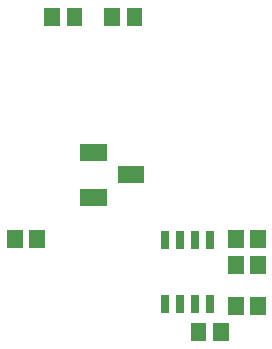
<source format=gbp>
G75*
%MOIN*%
%OFA0B0*%
%FSLAX25Y25*%
%IPPOS*%
%LPD*%
%AMOC8*
5,1,8,0,0,1.08239X$1,22.5*
%
%ADD10C,0.00205*%
%ADD11C,0.00220*%
D10*
X0031303Y0038399D02*
X0036217Y0038399D01*
X0031303Y0038399D02*
X0031303Y0044101D01*
X0036217Y0044101D01*
X0036217Y0038399D01*
X0036217Y0038594D02*
X0031303Y0038594D01*
X0031303Y0038789D02*
X0036217Y0038789D01*
X0036217Y0038984D02*
X0031303Y0038984D01*
X0031303Y0039179D02*
X0036217Y0039179D01*
X0036217Y0039374D02*
X0031303Y0039374D01*
X0031303Y0039569D02*
X0036217Y0039569D01*
X0036217Y0039764D02*
X0031303Y0039764D01*
X0031303Y0039959D02*
X0036217Y0039959D01*
X0036217Y0040154D02*
X0031303Y0040154D01*
X0031303Y0040349D02*
X0036217Y0040349D01*
X0036217Y0040544D02*
X0031303Y0040544D01*
X0031303Y0040739D02*
X0036217Y0040739D01*
X0036217Y0040934D02*
X0031303Y0040934D01*
X0031303Y0041129D02*
X0036217Y0041129D01*
X0036217Y0041324D02*
X0031303Y0041324D01*
X0031303Y0041519D02*
X0036217Y0041519D01*
X0036217Y0041714D02*
X0031303Y0041714D01*
X0031303Y0041909D02*
X0036217Y0041909D01*
X0036217Y0042104D02*
X0031303Y0042104D01*
X0031303Y0042299D02*
X0036217Y0042299D01*
X0036217Y0042494D02*
X0031303Y0042494D01*
X0031303Y0042689D02*
X0036217Y0042689D01*
X0036217Y0042884D02*
X0031303Y0042884D01*
X0031303Y0043079D02*
X0036217Y0043079D01*
X0036217Y0043274D02*
X0031303Y0043274D01*
X0031303Y0043469D02*
X0036217Y0043469D01*
X0036217Y0043664D02*
X0031303Y0043664D01*
X0031303Y0043859D02*
X0036217Y0043859D01*
X0036217Y0044054D02*
X0031303Y0044054D01*
X0038783Y0038399D02*
X0043697Y0038399D01*
X0038783Y0038399D02*
X0038783Y0044101D01*
X0043697Y0044101D01*
X0043697Y0038399D01*
X0043697Y0038594D02*
X0038783Y0038594D01*
X0038783Y0038789D02*
X0043697Y0038789D01*
X0043697Y0038984D02*
X0038783Y0038984D01*
X0038783Y0039179D02*
X0043697Y0039179D01*
X0043697Y0039374D02*
X0038783Y0039374D01*
X0038783Y0039569D02*
X0043697Y0039569D01*
X0043697Y0039764D02*
X0038783Y0039764D01*
X0038783Y0039959D02*
X0043697Y0039959D01*
X0043697Y0040154D02*
X0038783Y0040154D01*
X0038783Y0040349D02*
X0043697Y0040349D01*
X0043697Y0040544D02*
X0038783Y0040544D01*
X0038783Y0040739D02*
X0043697Y0040739D01*
X0043697Y0040934D02*
X0038783Y0040934D01*
X0038783Y0041129D02*
X0043697Y0041129D01*
X0043697Y0041324D02*
X0038783Y0041324D01*
X0038783Y0041519D02*
X0043697Y0041519D01*
X0043697Y0041714D02*
X0038783Y0041714D01*
X0038783Y0041909D02*
X0043697Y0041909D01*
X0043697Y0042104D02*
X0038783Y0042104D01*
X0038783Y0042299D02*
X0043697Y0042299D01*
X0043697Y0042494D02*
X0038783Y0042494D01*
X0038783Y0042689D02*
X0043697Y0042689D01*
X0043697Y0042884D02*
X0038783Y0042884D01*
X0038783Y0043079D02*
X0043697Y0043079D01*
X0043697Y0043274D02*
X0038783Y0043274D01*
X0038783Y0043469D02*
X0043697Y0043469D01*
X0043697Y0043664D02*
X0038783Y0043664D01*
X0038783Y0043859D02*
X0043697Y0043859D01*
X0043697Y0044054D02*
X0038783Y0044054D01*
X0084927Y0043481D02*
X0084927Y0037779D01*
X0082573Y0037779D01*
X0082573Y0043481D01*
X0084927Y0043481D01*
X0084927Y0037974D02*
X0082573Y0037974D01*
X0082573Y0038169D02*
X0084927Y0038169D01*
X0084927Y0038364D02*
X0082573Y0038364D01*
X0082573Y0038559D02*
X0084927Y0038559D01*
X0084927Y0038754D02*
X0082573Y0038754D01*
X0082573Y0038949D02*
X0084927Y0038949D01*
X0084927Y0039144D02*
X0082573Y0039144D01*
X0082573Y0039339D02*
X0084927Y0039339D01*
X0084927Y0039534D02*
X0082573Y0039534D01*
X0082573Y0039729D02*
X0084927Y0039729D01*
X0084927Y0039924D02*
X0082573Y0039924D01*
X0082573Y0040119D02*
X0084927Y0040119D01*
X0084927Y0040314D02*
X0082573Y0040314D01*
X0082573Y0040509D02*
X0084927Y0040509D01*
X0084927Y0040704D02*
X0082573Y0040704D01*
X0082573Y0040899D02*
X0084927Y0040899D01*
X0084927Y0041094D02*
X0082573Y0041094D01*
X0082573Y0041289D02*
X0084927Y0041289D01*
X0084927Y0041484D02*
X0082573Y0041484D01*
X0082573Y0041679D02*
X0084927Y0041679D01*
X0084927Y0041874D02*
X0082573Y0041874D01*
X0082573Y0042069D02*
X0084927Y0042069D01*
X0084927Y0042264D02*
X0082573Y0042264D01*
X0082573Y0042459D02*
X0084927Y0042459D01*
X0084927Y0042654D02*
X0082573Y0042654D01*
X0082573Y0042849D02*
X0084927Y0042849D01*
X0084927Y0043044D02*
X0082573Y0043044D01*
X0082573Y0043239D02*
X0084927Y0043239D01*
X0084927Y0043434D02*
X0082573Y0043434D01*
X0089927Y0043481D02*
X0089927Y0037779D01*
X0087573Y0037779D01*
X0087573Y0043481D01*
X0089927Y0043481D01*
X0089927Y0037974D02*
X0087573Y0037974D01*
X0087573Y0038169D02*
X0089927Y0038169D01*
X0089927Y0038364D02*
X0087573Y0038364D01*
X0087573Y0038559D02*
X0089927Y0038559D01*
X0089927Y0038754D02*
X0087573Y0038754D01*
X0087573Y0038949D02*
X0089927Y0038949D01*
X0089927Y0039144D02*
X0087573Y0039144D01*
X0087573Y0039339D02*
X0089927Y0039339D01*
X0089927Y0039534D02*
X0087573Y0039534D01*
X0087573Y0039729D02*
X0089927Y0039729D01*
X0089927Y0039924D02*
X0087573Y0039924D01*
X0087573Y0040119D02*
X0089927Y0040119D01*
X0089927Y0040314D02*
X0087573Y0040314D01*
X0087573Y0040509D02*
X0089927Y0040509D01*
X0089927Y0040704D02*
X0087573Y0040704D01*
X0087573Y0040899D02*
X0089927Y0040899D01*
X0089927Y0041094D02*
X0087573Y0041094D01*
X0087573Y0041289D02*
X0089927Y0041289D01*
X0089927Y0041484D02*
X0087573Y0041484D01*
X0087573Y0041679D02*
X0089927Y0041679D01*
X0089927Y0041874D02*
X0087573Y0041874D01*
X0087573Y0042069D02*
X0089927Y0042069D01*
X0089927Y0042264D02*
X0087573Y0042264D01*
X0087573Y0042459D02*
X0089927Y0042459D01*
X0089927Y0042654D02*
X0087573Y0042654D01*
X0087573Y0042849D02*
X0089927Y0042849D01*
X0089927Y0043044D02*
X0087573Y0043044D01*
X0087573Y0043239D02*
X0089927Y0043239D01*
X0089927Y0043434D02*
X0087573Y0043434D01*
X0094927Y0043481D02*
X0094927Y0037779D01*
X0092573Y0037779D01*
X0092573Y0043481D01*
X0094927Y0043481D01*
X0094927Y0037974D02*
X0092573Y0037974D01*
X0092573Y0038169D02*
X0094927Y0038169D01*
X0094927Y0038364D02*
X0092573Y0038364D01*
X0092573Y0038559D02*
X0094927Y0038559D01*
X0094927Y0038754D02*
X0092573Y0038754D01*
X0092573Y0038949D02*
X0094927Y0038949D01*
X0094927Y0039144D02*
X0092573Y0039144D01*
X0092573Y0039339D02*
X0094927Y0039339D01*
X0094927Y0039534D02*
X0092573Y0039534D01*
X0092573Y0039729D02*
X0094927Y0039729D01*
X0094927Y0039924D02*
X0092573Y0039924D01*
X0092573Y0040119D02*
X0094927Y0040119D01*
X0094927Y0040314D02*
X0092573Y0040314D01*
X0092573Y0040509D02*
X0094927Y0040509D01*
X0094927Y0040704D02*
X0092573Y0040704D01*
X0092573Y0040899D02*
X0094927Y0040899D01*
X0094927Y0041094D02*
X0092573Y0041094D01*
X0092573Y0041289D02*
X0094927Y0041289D01*
X0094927Y0041484D02*
X0092573Y0041484D01*
X0092573Y0041679D02*
X0094927Y0041679D01*
X0094927Y0041874D02*
X0092573Y0041874D01*
X0092573Y0042069D02*
X0094927Y0042069D01*
X0094927Y0042264D02*
X0092573Y0042264D01*
X0092573Y0042459D02*
X0094927Y0042459D01*
X0094927Y0042654D02*
X0092573Y0042654D01*
X0092573Y0042849D02*
X0094927Y0042849D01*
X0094927Y0043044D02*
X0092573Y0043044D01*
X0092573Y0043239D02*
X0094927Y0043239D01*
X0094927Y0043434D02*
X0092573Y0043434D01*
X0099927Y0043481D02*
X0099927Y0037779D01*
X0097573Y0037779D01*
X0097573Y0043481D01*
X0099927Y0043481D01*
X0099927Y0037974D02*
X0097573Y0037974D01*
X0097573Y0038169D02*
X0099927Y0038169D01*
X0099927Y0038364D02*
X0097573Y0038364D01*
X0097573Y0038559D02*
X0099927Y0038559D01*
X0099927Y0038754D02*
X0097573Y0038754D01*
X0097573Y0038949D02*
X0099927Y0038949D01*
X0099927Y0039144D02*
X0097573Y0039144D01*
X0097573Y0039339D02*
X0099927Y0039339D01*
X0099927Y0039534D02*
X0097573Y0039534D01*
X0097573Y0039729D02*
X0099927Y0039729D01*
X0099927Y0039924D02*
X0097573Y0039924D01*
X0097573Y0040119D02*
X0099927Y0040119D01*
X0099927Y0040314D02*
X0097573Y0040314D01*
X0097573Y0040509D02*
X0099927Y0040509D01*
X0099927Y0040704D02*
X0097573Y0040704D01*
X0097573Y0040899D02*
X0099927Y0040899D01*
X0099927Y0041094D02*
X0097573Y0041094D01*
X0097573Y0041289D02*
X0099927Y0041289D01*
X0099927Y0041484D02*
X0097573Y0041484D01*
X0097573Y0041679D02*
X0099927Y0041679D01*
X0099927Y0041874D02*
X0097573Y0041874D01*
X0097573Y0042069D02*
X0099927Y0042069D01*
X0099927Y0042264D02*
X0097573Y0042264D01*
X0097573Y0042459D02*
X0099927Y0042459D01*
X0099927Y0042654D02*
X0097573Y0042654D01*
X0097573Y0042849D02*
X0099927Y0042849D01*
X0099927Y0043044D02*
X0097573Y0043044D01*
X0097573Y0043239D02*
X0099927Y0043239D01*
X0099927Y0043434D02*
X0097573Y0043434D01*
X0105053Y0038399D02*
X0109967Y0038399D01*
X0105053Y0038399D02*
X0105053Y0044101D01*
X0109967Y0044101D01*
X0109967Y0038399D01*
X0109967Y0038594D02*
X0105053Y0038594D01*
X0105053Y0038789D02*
X0109967Y0038789D01*
X0109967Y0038984D02*
X0105053Y0038984D01*
X0105053Y0039179D02*
X0109967Y0039179D01*
X0109967Y0039374D02*
X0105053Y0039374D01*
X0105053Y0039569D02*
X0109967Y0039569D01*
X0109967Y0039764D02*
X0105053Y0039764D01*
X0105053Y0039959D02*
X0109967Y0039959D01*
X0109967Y0040154D02*
X0105053Y0040154D01*
X0105053Y0040349D02*
X0109967Y0040349D01*
X0109967Y0040544D02*
X0105053Y0040544D01*
X0105053Y0040739D02*
X0109967Y0040739D01*
X0109967Y0040934D02*
X0105053Y0040934D01*
X0105053Y0041129D02*
X0109967Y0041129D01*
X0109967Y0041324D02*
X0105053Y0041324D01*
X0105053Y0041519D02*
X0109967Y0041519D01*
X0109967Y0041714D02*
X0105053Y0041714D01*
X0105053Y0041909D02*
X0109967Y0041909D01*
X0109967Y0042104D02*
X0105053Y0042104D01*
X0105053Y0042299D02*
X0109967Y0042299D01*
X0109967Y0042494D02*
X0105053Y0042494D01*
X0105053Y0042689D02*
X0109967Y0042689D01*
X0109967Y0042884D02*
X0105053Y0042884D01*
X0105053Y0043079D02*
X0109967Y0043079D01*
X0109967Y0043274D02*
X0105053Y0043274D01*
X0105053Y0043469D02*
X0109967Y0043469D01*
X0109967Y0043664D02*
X0105053Y0043664D01*
X0105053Y0043859D02*
X0109967Y0043859D01*
X0109967Y0044054D02*
X0105053Y0044054D01*
X0105053Y0029649D02*
X0109967Y0029649D01*
X0105053Y0029649D02*
X0105053Y0035351D01*
X0109967Y0035351D01*
X0109967Y0029649D01*
X0109967Y0029844D02*
X0105053Y0029844D01*
X0105053Y0030039D02*
X0109967Y0030039D01*
X0109967Y0030234D02*
X0105053Y0030234D01*
X0105053Y0030429D02*
X0109967Y0030429D01*
X0109967Y0030624D02*
X0105053Y0030624D01*
X0105053Y0030819D02*
X0109967Y0030819D01*
X0109967Y0031014D02*
X0105053Y0031014D01*
X0105053Y0031209D02*
X0109967Y0031209D01*
X0109967Y0031404D02*
X0105053Y0031404D01*
X0105053Y0031599D02*
X0109967Y0031599D01*
X0109967Y0031794D02*
X0105053Y0031794D01*
X0105053Y0031989D02*
X0109967Y0031989D01*
X0109967Y0032184D02*
X0105053Y0032184D01*
X0105053Y0032379D02*
X0109967Y0032379D01*
X0109967Y0032574D02*
X0105053Y0032574D01*
X0105053Y0032769D02*
X0109967Y0032769D01*
X0109967Y0032964D02*
X0105053Y0032964D01*
X0105053Y0033159D02*
X0109967Y0033159D01*
X0109967Y0033354D02*
X0105053Y0033354D01*
X0105053Y0033549D02*
X0109967Y0033549D01*
X0109967Y0033744D02*
X0105053Y0033744D01*
X0105053Y0033939D02*
X0109967Y0033939D01*
X0109967Y0034134D02*
X0105053Y0034134D01*
X0105053Y0034329D02*
X0109967Y0034329D01*
X0109967Y0034524D02*
X0105053Y0034524D01*
X0105053Y0034719D02*
X0109967Y0034719D01*
X0109967Y0034914D02*
X0105053Y0034914D01*
X0105053Y0035109D02*
X0109967Y0035109D01*
X0109967Y0035304D02*
X0105053Y0035304D01*
X0112533Y0029649D02*
X0117447Y0029649D01*
X0112533Y0029649D02*
X0112533Y0035351D01*
X0117447Y0035351D01*
X0117447Y0029649D01*
X0117447Y0029844D02*
X0112533Y0029844D01*
X0112533Y0030039D02*
X0117447Y0030039D01*
X0117447Y0030234D02*
X0112533Y0030234D01*
X0112533Y0030429D02*
X0117447Y0030429D01*
X0117447Y0030624D02*
X0112533Y0030624D01*
X0112533Y0030819D02*
X0117447Y0030819D01*
X0117447Y0031014D02*
X0112533Y0031014D01*
X0112533Y0031209D02*
X0117447Y0031209D01*
X0117447Y0031404D02*
X0112533Y0031404D01*
X0112533Y0031599D02*
X0117447Y0031599D01*
X0117447Y0031794D02*
X0112533Y0031794D01*
X0112533Y0031989D02*
X0117447Y0031989D01*
X0117447Y0032184D02*
X0112533Y0032184D01*
X0112533Y0032379D02*
X0117447Y0032379D01*
X0117447Y0032574D02*
X0112533Y0032574D01*
X0112533Y0032769D02*
X0117447Y0032769D01*
X0117447Y0032964D02*
X0112533Y0032964D01*
X0112533Y0033159D02*
X0117447Y0033159D01*
X0117447Y0033354D02*
X0112533Y0033354D01*
X0112533Y0033549D02*
X0117447Y0033549D01*
X0117447Y0033744D02*
X0112533Y0033744D01*
X0112533Y0033939D02*
X0117447Y0033939D01*
X0117447Y0034134D02*
X0112533Y0034134D01*
X0112533Y0034329D02*
X0117447Y0034329D01*
X0117447Y0034524D02*
X0112533Y0034524D01*
X0112533Y0034719D02*
X0117447Y0034719D01*
X0117447Y0034914D02*
X0112533Y0034914D01*
X0112533Y0035109D02*
X0117447Y0035109D01*
X0117447Y0035304D02*
X0112533Y0035304D01*
X0112533Y0038399D02*
X0117447Y0038399D01*
X0112533Y0038399D02*
X0112533Y0044101D01*
X0117447Y0044101D01*
X0117447Y0038399D01*
X0117447Y0038594D02*
X0112533Y0038594D01*
X0112533Y0038789D02*
X0117447Y0038789D01*
X0117447Y0038984D02*
X0112533Y0038984D01*
X0112533Y0039179D02*
X0117447Y0039179D01*
X0117447Y0039374D02*
X0112533Y0039374D01*
X0112533Y0039569D02*
X0117447Y0039569D01*
X0117447Y0039764D02*
X0112533Y0039764D01*
X0112533Y0039959D02*
X0117447Y0039959D01*
X0117447Y0040154D02*
X0112533Y0040154D01*
X0112533Y0040349D02*
X0117447Y0040349D01*
X0117447Y0040544D02*
X0112533Y0040544D01*
X0112533Y0040739D02*
X0117447Y0040739D01*
X0117447Y0040934D02*
X0112533Y0040934D01*
X0112533Y0041129D02*
X0117447Y0041129D01*
X0117447Y0041324D02*
X0112533Y0041324D01*
X0112533Y0041519D02*
X0117447Y0041519D01*
X0117447Y0041714D02*
X0112533Y0041714D01*
X0112533Y0041909D02*
X0117447Y0041909D01*
X0117447Y0042104D02*
X0112533Y0042104D01*
X0112533Y0042299D02*
X0117447Y0042299D01*
X0117447Y0042494D02*
X0112533Y0042494D01*
X0112533Y0042689D02*
X0117447Y0042689D01*
X0117447Y0042884D02*
X0112533Y0042884D01*
X0112533Y0043079D02*
X0117447Y0043079D01*
X0117447Y0043274D02*
X0112533Y0043274D01*
X0112533Y0043469D02*
X0117447Y0043469D01*
X0117447Y0043664D02*
X0112533Y0043664D01*
X0112533Y0043859D02*
X0117447Y0043859D01*
X0117447Y0044054D02*
X0112533Y0044054D01*
X0112533Y0015899D02*
X0117447Y0015899D01*
X0112533Y0015899D02*
X0112533Y0021601D01*
X0117447Y0021601D01*
X0117447Y0015899D01*
X0117447Y0016094D02*
X0112533Y0016094D01*
X0112533Y0016289D02*
X0117447Y0016289D01*
X0117447Y0016484D02*
X0112533Y0016484D01*
X0112533Y0016679D02*
X0117447Y0016679D01*
X0117447Y0016874D02*
X0112533Y0016874D01*
X0112533Y0017069D02*
X0117447Y0017069D01*
X0117447Y0017264D02*
X0112533Y0017264D01*
X0112533Y0017459D02*
X0117447Y0017459D01*
X0117447Y0017654D02*
X0112533Y0017654D01*
X0112533Y0017849D02*
X0117447Y0017849D01*
X0117447Y0018044D02*
X0112533Y0018044D01*
X0112533Y0018239D02*
X0117447Y0018239D01*
X0117447Y0018434D02*
X0112533Y0018434D01*
X0112533Y0018629D02*
X0117447Y0018629D01*
X0117447Y0018824D02*
X0112533Y0018824D01*
X0112533Y0019019D02*
X0117447Y0019019D01*
X0117447Y0019214D02*
X0112533Y0019214D01*
X0112533Y0019409D02*
X0117447Y0019409D01*
X0117447Y0019604D02*
X0112533Y0019604D01*
X0112533Y0019799D02*
X0117447Y0019799D01*
X0117447Y0019994D02*
X0112533Y0019994D01*
X0112533Y0020189D02*
X0117447Y0020189D01*
X0117447Y0020384D02*
X0112533Y0020384D01*
X0112533Y0020579D02*
X0117447Y0020579D01*
X0117447Y0020774D02*
X0112533Y0020774D01*
X0112533Y0020969D02*
X0117447Y0020969D01*
X0117447Y0021164D02*
X0112533Y0021164D01*
X0112533Y0021359D02*
X0117447Y0021359D01*
X0117447Y0021554D02*
X0112533Y0021554D01*
X0109967Y0015899D02*
X0105053Y0015899D01*
X0105053Y0021601D01*
X0109967Y0021601D01*
X0109967Y0015899D01*
X0109967Y0016094D02*
X0105053Y0016094D01*
X0105053Y0016289D02*
X0109967Y0016289D01*
X0109967Y0016484D02*
X0105053Y0016484D01*
X0105053Y0016679D02*
X0109967Y0016679D01*
X0109967Y0016874D02*
X0105053Y0016874D01*
X0105053Y0017069D02*
X0109967Y0017069D01*
X0109967Y0017264D02*
X0105053Y0017264D01*
X0105053Y0017459D02*
X0109967Y0017459D01*
X0109967Y0017654D02*
X0105053Y0017654D01*
X0105053Y0017849D02*
X0109967Y0017849D01*
X0109967Y0018044D02*
X0105053Y0018044D01*
X0105053Y0018239D02*
X0109967Y0018239D01*
X0109967Y0018434D02*
X0105053Y0018434D01*
X0105053Y0018629D02*
X0109967Y0018629D01*
X0109967Y0018824D02*
X0105053Y0018824D01*
X0105053Y0019019D02*
X0109967Y0019019D01*
X0109967Y0019214D02*
X0105053Y0019214D01*
X0105053Y0019409D02*
X0109967Y0019409D01*
X0109967Y0019604D02*
X0105053Y0019604D01*
X0105053Y0019799D02*
X0109967Y0019799D01*
X0109967Y0019994D02*
X0105053Y0019994D01*
X0105053Y0020189D02*
X0109967Y0020189D01*
X0109967Y0020384D02*
X0105053Y0020384D01*
X0105053Y0020579D02*
X0109967Y0020579D01*
X0109967Y0020774D02*
X0105053Y0020774D01*
X0105053Y0020969D02*
X0109967Y0020969D01*
X0109967Y0021164D02*
X0105053Y0021164D01*
X0105053Y0021359D02*
X0109967Y0021359D01*
X0109967Y0021554D02*
X0105053Y0021554D01*
X0099927Y0022221D02*
X0099927Y0016519D01*
X0097573Y0016519D01*
X0097573Y0022221D01*
X0099927Y0022221D01*
X0099927Y0016714D02*
X0097573Y0016714D01*
X0097573Y0016909D02*
X0099927Y0016909D01*
X0099927Y0017104D02*
X0097573Y0017104D01*
X0097573Y0017299D02*
X0099927Y0017299D01*
X0099927Y0017494D02*
X0097573Y0017494D01*
X0097573Y0017689D02*
X0099927Y0017689D01*
X0099927Y0017884D02*
X0097573Y0017884D01*
X0097573Y0018079D02*
X0099927Y0018079D01*
X0099927Y0018274D02*
X0097573Y0018274D01*
X0097573Y0018469D02*
X0099927Y0018469D01*
X0099927Y0018664D02*
X0097573Y0018664D01*
X0097573Y0018859D02*
X0099927Y0018859D01*
X0099927Y0019054D02*
X0097573Y0019054D01*
X0097573Y0019249D02*
X0099927Y0019249D01*
X0099927Y0019444D02*
X0097573Y0019444D01*
X0097573Y0019639D02*
X0099927Y0019639D01*
X0099927Y0019834D02*
X0097573Y0019834D01*
X0097573Y0020029D02*
X0099927Y0020029D01*
X0099927Y0020224D02*
X0097573Y0020224D01*
X0097573Y0020419D02*
X0099927Y0020419D01*
X0099927Y0020614D02*
X0097573Y0020614D01*
X0097573Y0020809D02*
X0099927Y0020809D01*
X0099927Y0021004D02*
X0097573Y0021004D01*
X0097573Y0021199D02*
X0099927Y0021199D01*
X0099927Y0021394D02*
X0097573Y0021394D01*
X0097573Y0021589D02*
X0099927Y0021589D01*
X0099927Y0021784D02*
X0097573Y0021784D01*
X0097573Y0021979D02*
X0099927Y0021979D01*
X0099927Y0022174D02*
X0097573Y0022174D01*
X0094927Y0022221D02*
X0094927Y0016519D01*
X0092573Y0016519D01*
X0092573Y0022221D01*
X0094927Y0022221D01*
X0094927Y0016714D02*
X0092573Y0016714D01*
X0092573Y0016909D02*
X0094927Y0016909D01*
X0094927Y0017104D02*
X0092573Y0017104D01*
X0092573Y0017299D02*
X0094927Y0017299D01*
X0094927Y0017494D02*
X0092573Y0017494D01*
X0092573Y0017689D02*
X0094927Y0017689D01*
X0094927Y0017884D02*
X0092573Y0017884D01*
X0092573Y0018079D02*
X0094927Y0018079D01*
X0094927Y0018274D02*
X0092573Y0018274D01*
X0092573Y0018469D02*
X0094927Y0018469D01*
X0094927Y0018664D02*
X0092573Y0018664D01*
X0092573Y0018859D02*
X0094927Y0018859D01*
X0094927Y0019054D02*
X0092573Y0019054D01*
X0092573Y0019249D02*
X0094927Y0019249D01*
X0094927Y0019444D02*
X0092573Y0019444D01*
X0092573Y0019639D02*
X0094927Y0019639D01*
X0094927Y0019834D02*
X0092573Y0019834D01*
X0092573Y0020029D02*
X0094927Y0020029D01*
X0094927Y0020224D02*
X0092573Y0020224D01*
X0092573Y0020419D02*
X0094927Y0020419D01*
X0094927Y0020614D02*
X0092573Y0020614D01*
X0092573Y0020809D02*
X0094927Y0020809D01*
X0094927Y0021004D02*
X0092573Y0021004D01*
X0092573Y0021199D02*
X0094927Y0021199D01*
X0094927Y0021394D02*
X0092573Y0021394D01*
X0092573Y0021589D02*
X0094927Y0021589D01*
X0094927Y0021784D02*
X0092573Y0021784D01*
X0092573Y0021979D02*
X0094927Y0021979D01*
X0094927Y0022174D02*
X0092573Y0022174D01*
X0089927Y0022221D02*
X0089927Y0016519D01*
X0087573Y0016519D01*
X0087573Y0022221D01*
X0089927Y0022221D01*
X0089927Y0016714D02*
X0087573Y0016714D01*
X0087573Y0016909D02*
X0089927Y0016909D01*
X0089927Y0017104D02*
X0087573Y0017104D01*
X0087573Y0017299D02*
X0089927Y0017299D01*
X0089927Y0017494D02*
X0087573Y0017494D01*
X0087573Y0017689D02*
X0089927Y0017689D01*
X0089927Y0017884D02*
X0087573Y0017884D01*
X0087573Y0018079D02*
X0089927Y0018079D01*
X0089927Y0018274D02*
X0087573Y0018274D01*
X0087573Y0018469D02*
X0089927Y0018469D01*
X0089927Y0018664D02*
X0087573Y0018664D01*
X0087573Y0018859D02*
X0089927Y0018859D01*
X0089927Y0019054D02*
X0087573Y0019054D01*
X0087573Y0019249D02*
X0089927Y0019249D01*
X0089927Y0019444D02*
X0087573Y0019444D01*
X0087573Y0019639D02*
X0089927Y0019639D01*
X0089927Y0019834D02*
X0087573Y0019834D01*
X0087573Y0020029D02*
X0089927Y0020029D01*
X0089927Y0020224D02*
X0087573Y0020224D01*
X0087573Y0020419D02*
X0089927Y0020419D01*
X0089927Y0020614D02*
X0087573Y0020614D01*
X0087573Y0020809D02*
X0089927Y0020809D01*
X0089927Y0021004D02*
X0087573Y0021004D01*
X0087573Y0021199D02*
X0089927Y0021199D01*
X0089927Y0021394D02*
X0087573Y0021394D01*
X0087573Y0021589D02*
X0089927Y0021589D01*
X0089927Y0021784D02*
X0087573Y0021784D01*
X0087573Y0021979D02*
X0089927Y0021979D01*
X0089927Y0022174D02*
X0087573Y0022174D01*
X0084927Y0022221D02*
X0084927Y0016519D01*
X0082573Y0016519D01*
X0082573Y0022221D01*
X0084927Y0022221D01*
X0084927Y0016714D02*
X0082573Y0016714D01*
X0082573Y0016909D02*
X0084927Y0016909D01*
X0084927Y0017104D02*
X0082573Y0017104D01*
X0082573Y0017299D02*
X0084927Y0017299D01*
X0084927Y0017494D02*
X0082573Y0017494D01*
X0082573Y0017689D02*
X0084927Y0017689D01*
X0084927Y0017884D02*
X0082573Y0017884D01*
X0082573Y0018079D02*
X0084927Y0018079D01*
X0084927Y0018274D02*
X0082573Y0018274D01*
X0082573Y0018469D02*
X0084927Y0018469D01*
X0084927Y0018664D02*
X0082573Y0018664D01*
X0082573Y0018859D02*
X0084927Y0018859D01*
X0084927Y0019054D02*
X0082573Y0019054D01*
X0082573Y0019249D02*
X0084927Y0019249D01*
X0084927Y0019444D02*
X0082573Y0019444D01*
X0082573Y0019639D02*
X0084927Y0019639D01*
X0084927Y0019834D02*
X0082573Y0019834D01*
X0082573Y0020029D02*
X0084927Y0020029D01*
X0084927Y0020224D02*
X0082573Y0020224D01*
X0082573Y0020419D02*
X0084927Y0020419D01*
X0084927Y0020614D02*
X0082573Y0020614D01*
X0082573Y0020809D02*
X0084927Y0020809D01*
X0084927Y0021004D02*
X0082573Y0021004D01*
X0082573Y0021199D02*
X0084927Y0021199D01*
X0084927Y0021394D02*
X0082573Y0021394D01*
X0082573Y0021589D02*
X0084927Y0021589D01*
X0084927Y0021784D02*
X0082573Y0021784D01*
X0082573Y0021979D02*
X0084927Y0021979D01*
X0084927Y0022174D02*
X0082573Y0022174D01*
X0092553Y0007149D02*
X0097467Y0007149D01*
X0092553Y0007149D02*
X0092553Y0012851D01*
X0097467Y0012851D01*
X0097467Y0007149D01*
X0097467Y0007344D02*
X0092553Y0007344D01*
X0092553Y0007539D02*
X0097467Y0007539D01*
X0097467Y0007734D02*
X0092553Y0007734D01*
X0092553Y0007929D02*
X0097467Y0007929D01*
X0097467Y0008124D02*
X0092553Y0008124D01*
X0092553Y0008319D02*
X0097467Y0008319D01*
X0097467Y0008514D02*
X0092553Y0008514D01*
X0092553Y0008709D02*
X0097467Y0008709D01*
X0097467Y0008904D02*
X0092553Y0008904D01*
X0092553Y0009099D02*
X0097467Y0009099D01*
X0097467Y0009294D02*
X0092553Y0009294D01*
X0092553Y0009489D02*
X0097467Y0009489D01*
X0097467Y0009684D02*
X0092553Y0009684D01*
X0092553Y0009879D02*
X0097467Y0009879D01*
X0097467Y0010074D02*
X0092553Y0010074D01*
X0092553Y0010269D02*
X0097467Y0010269D01*
X0097467Y0010464D02*
X0092553Y0010464D01*
X0092553Y0010659D02*
X0097467Y0010659D01*
X0097467Y0010854D02*
X0092553Y0010854D01*
X0092553Y0011049D02*
X0097467Y0011049D01*
X0097467Y0011244D02*
X0092553Y0011244D01*
X0092553Y0011439D02*
X0097467Y0011439D01*
X0097467Y0011634D02*
X0092553Y0011634D01*
X0092553Y0011829D02*
X0097467Y0011829D01*
X0097467Y0012024D02*
X0092553Y0012024D01*
X0092553Y0012219D02*
X0097467Y0012219D01*
X0097467Y0012414D02*
X0092553Y0012414D01*
X0092553Y0012609D02*
X0097467Y0012609D01*
X0097467Y0012804D02*
X0092553Y0012804D01*
X0100033Y0007149D02*
X0104947Y0007149D01*
X0100033Y0007149D02*
X0100033Y0012851D01*
X0104947Y0012851D01*
X0104947Y0007149D01*
X0104947Y0007344D02*
X0100033Y0007344D01*
X0100033Y0007539D02*
X0104947Y0007539D01*
X0104947Y0007734D02*
X0100033Y0007734D01*
X0100033Y0007929D02*
X0104947Y0007929D01*
X0104947Y0008124D02*
X0100033Y0008124D01*
X0100033Y0008319D02*
X0104947Y0008319D01*
X0104947Y0008514D02*
X0100033Y0008514D01*
X0100033Y0008709D02*
X0104947Y0008709D01*
X0104947Y0008904D02*
X0100033Y0008904D01*
X0100033Y0009099D02*
X0104947Y0009099D01*
X0104947Y0009294D02*
X0100033Y0009294D01*
X0100033Y0009489D02*
X0104947Y0009489D01*
X0104947Y0009684D02*
X0100033Y0009684D01*
X0100033Y0009879D02*
X0104947Y0009879D01*
X0104947Y0010074D02*
X0100033Y0010074D01*
X0100033Y0010269D02*
X0104947Y0010269D01*
X0104947Y0010464D02*
X0100033Y0010464D01*
X0100033Y0010659D02*
X0104947Y0010659D01*
X0104947Y0010854D02*
X0100033Y0010854D01*
X0100033Y0011049D02*
X0104947Y0011049D01*
X0104947Y0011244D02*
X0100033Y0011244D01*
X0100033Y0011439D02*
X0104947Y0011439D01*
X0104947Y0011634D02*
X0100033Y0011634D01*
X0100033Y0011829D02*
X0104947Y0011829D01*
X0104947Y0012024D02*
X0100033Y0012024D01*
X0100033Y0012219D02*
X0104947Y0012219D01*
X0104947Y0012414D02*
X0100033Y0012414D01*
X0100033Y0012609D02*
X0104947Y0012609D01*
X0104947Y0012804D02*
X0100033Y0012804D01*
X0076197Y0112149D02*
X0071283Y0112149D01*
X0071283Y0117851D01*
X0076197Y0117851D01*
X0076197Y0112149D01*
X0076197Y0112344D02*
X0071283Y0112344D01*
X0071283Y0112539D02*
X0076197Y0112539D01*
X0076197Y0112734D02*
X0071283Y0112734D01*
X0071283Y0112929D02*
X0076197Y0112929D01*
X0076197Y0113124D02*
X0071283Y0113124D01*
X0071283Y0113319D02*
X0076197Y0113319D01*
X0076197Y0113514D02*
X0071283Y0113514D01*
X0071283Y0113709D02*
X0076197Y0113709D01*
X0076197Y0113904D02*
X0071283Y0113904D01*
X0071283Y0114099D02*
X0076197Y0114099D01*
X0076197Y0114294D02*
X0071283Y0114294D01*
X0071283Y0114489D02*
X0076197Y0114489D01*
X0076197Y0114684D02*
X0071283Y0114684D01*
X0071283Y0114879D02*
X0076197Y0114879D01*
X0076197Y0115074D02*
X0071283Y0115074D01*
X0071283Y0115269D02*
X0076197Y0115269D01*
X0076197Y0115464D02*
X0071283Y0115464D01*
X0071283Y0115659D02*
X0076197Y0115659D01*
X0076197Y0115854D02*
X0071283Y0115854D01*
X0071283Y0116049D02*
X0076197Y0116049D01*
X0076197Y0116244D02*
X0071283Y0116244D01*
X0071283Y0116439D02*
X0076197Y0116439D01*
X0076197Y0116634D02*
X0071283Y0116634D01*
X0071283Y0116829D02*
X0076197Y0116829D01*
X0076197Y0117024D02*
X0071283Y0117024D01*
X0071283Y0117219D02*
X0076197Y0117219D01*
X0076197Y0117414D02*
X0071283Y0117414D01*
X0071283Y0117609D02*
X0076197Y0117609D01*
X0076197Y0117804D02*
X0071283Y0117804D01*
X0068717Y0112149D02*
X0063803Y0112149D01*
X0063803Y0117851D01*
X0068717Y0117851D01*
X0068717Y0112149D01*
X0068717Y0112344D02*
X0063803Y0112344D01*
X0063803Y0112539D02*
X0068717Y0112539D01*
X0068717Y0112734D02*
X0063803Y0112734D01*
X0063803Y0112929D02*
X0068717Y0112929D01*
X0068717Y0113124D02*
X0063803Y0113124D01*
X0063803Y0113319D02*
X0068717Y0113319D01*
X0068717Y0113514D02*
X0063803Y0113514D01*
X0063803Y0113709D02*
X0068717Y0113709D01*
X0068717Y0113904D02*
X0063803Y0113904D01*
X0063803Y0114099D02*
X0068717Y0114099D01*
X0068717Y0114294D02*
X0063803Y0114294D01*
X0063803Y0114489D02*
X0068717Y0114489D01*
X0068717Y0114684D02*
X0063803Y0114684D01*
X0063803Y0114879D02*
X0068717Y0114879D01*
X0068717Y0115074D02*
X0063803Y0115074D01*
X0063803Y0115269D02*
X0068717Y0115269D01*
X0068717Y0115464D02*
X0063803Y0115464D01*
X0063803Y0115659D02*
X0068717Y0115659D01*
X0068717Y0115854D02*
X0063803Y0115854D01*
X0063803Y0116049D02*
X0068717Y0116049D01*
X0068717Y0116244D02*
X0063803Y0116244D01*
X0063803Y0116439D02*
X0068717Y0116439D01*
X0068717Y0116634D02*
X0063803Y0116634D01*
X0063803Y0116829D02*
X0068717Y0116829D01*
X0068717Y0117024D02*
X0063803Y0117024D01*
X0063803Y0117219D02*
X0068717Y0117219D01*
X0068717Y0117414D02*
X0063803Y0117414D01*
X0063803Y0117609D02*
X0068717Y0117609D01*
X0068717Y0117804D02*
X0063803Y0117804D01*
X0056197Y0117851D02*
X0051283Y0117851D01*
X0056197Y0117851D02*
X0056197Y0112149D01*
X0051283Y0112149D01*
X0051283Y0117851D01*
X0051283Y0112344D02*
X0056197Y0112344D01*
X0056197Y0112539D02*
X0051283Y0112539D01*
X0051283Y0112734D02*
X0056197Y0112734D01*
X0056197Y0112929D02*
X0051283Y0112929D01*
X0051283Y0113124D02*
X0056197Y0113124D01*
X0056197Y0113319D02*
X0051283Y0113319D01*
X0051283Y0113514D02*
X0056197Y0113514D01*
X0056197Y0113709D02*
X0051283Y0113709D01*
X0051283Y0113904D02*
X0056197Y0113904D01*
X0056197Y0114099D02*
X0051283Y0114099D01*
X0051283Y0114294D02*
X0056197Y0114294D01*
X0056197Y0114489D02*
X0051283Y0114489D01*
X0051283Y0114684D02*
X0056197Y0114684D01*
X0056197Y0114879D02*
X0051283Y0114879D01*
X0051283Y0115074D02*
X0056197Y0115074D01*
X0056197Y0115269D02*
X0051283Y0115269D01*
X0051283Y0115464D02*
X0056197Y0115464D01*
X0056197Y0115659D02*
X0051283Y0115659D01*
X0051283Y0115854D02*
X0056197Y0115854D01*
X0056197Y0116049D02*
X0051283Y0116049D01*
X0051283Y0116244D02*
X0056197Y0116244D01*
X0056197Y0116439D02*
X0051283Y0116439D01*
X0051283Y0116634D02*
X0056197Y0116634D01*
X0056197Y0116829D02*
X0051283Y0116829D01*
X0051283Y0117024D02*
X0056197Y0117024D01*
X0056197Y0117219D02*
X0051283Y0117219D01*
X0051283Y0117414D02*
X0056197Y0117414D01*
X0056197Y0117609D02*
X0051283Y0117609D01*
X0051283Y0117804D02*
X0056197Y0117804D01*
X0048717Y0117851D02*
X0043803Y0117851D01*
X0048717Y0117851D02*
X0048717Y0112149D01*
X0043803Y0112149D01*
X0043803Y0117851D01*
X0043803Y0112344D02*
X0048717Y0112344D01*
X0048717Y0112539D02*
X0043803Y0112539D01*
X0043803Y0112734D02*
X0048717Y0112734D01*
X0048717Y0112929D02*
X0043803Y0112929D01*
X0043803Y0113124D02*
X0048717Y0113124D01*
X0048717Y0113319D02*
X0043803Y0113319D01*
X0043803Y0113514D02*
X0048717Y0113514D01*
X0048717Y0113709D02*
X0043803Y0113709D01*
X0043803Y0113904D02*
X0048717Y0113904D01*
X0048717Y0114099D02*
X0043803Y0114099D01*
X0043803Y0114294D02*
X0048717Y0114294D01*
X0048717Y0114489D02*
X0043803Y0114489D01*
X0043803Y0114684D02*
X0048717Y0114684D01*
X0048717Y0114879D02*
X0043803Y0114879D01*
X0043803Y0115074D02*
X0048717Y0115074D01*
X0048717Y0115269D02*
X0043803Y0115269D01*
X0043803Y0115464D02*
X0048717Y0115464D01*
X0048717Y0115659D02*
X0043803Y0115659D01*
X0043803Y0115854D02*
X0048717Y0115854D01*
X0048717Y0116049D02*
X0043803Y0116049D01*
X0043803Y0116244D02*
X0048717Y0116244D01*
X0048717Y0116439D02*
X0043803Y0116439D01*
X0043803Y0116634D02*
X0048717Y0116634D01*
X0048717Y0116829D02*
X0043803Y0116829D01*
X0043803Y0117024D02*
X0048717Y0117024D01*
X0048717Y0117219D02*
X0043803Y0117219D01*
X0043803Y0117414D02*
X0048717Y0117414D01*
X0048717Y0117609D02*
X0043803Y0117609D01*
X0043803Y0117804D02*
X0048717Y0117804D01*
D11*
X0055780Y0072646D02*
X0064220Y0072646D01*
X0064220Y0067354D01*
X0055780Y0067354D01*
X0055780Y0072646D01*
X0055780Y0067563D02*
X0064220Y0067563D01*
X0064220Y0067772D02*
X0055780Y0067772D01*
X0055780Y0067981D02*
X0064220Y0067981D01*
X0064220Y0068190D02*
X0055780Y0068190D01*
X0055780Y0068399D02*
X0064220Y0068399D01*
X0064220Y0068608D02*
X0055780Y0068608D01*
X0055780Y0068817D02*
X0064220Y0068817D01*
X0064220Y0069026D02*
X0055780Y0069026D01*
X0055780Y0069235D02*
X0064220Y0069235D01*
X0064220Y0069444D02*
X0055780Y0069444D01*
X0055780Y0069653D02*
X0064220Y0069653D01*
X0064220Y0069862D02*
X0055780Y0069862D01*
X0055780Y0070071D02*
X0064220Y0070071D01*
X0064220Y0070280D02*
X0055780Y0070280D01*
X0055780Y0070489D02*
X0064220Y0070489D01*
X0064220Y0070698D02*
X0055780Y0070698D01*
X0055780Y0070907D02*
X0064220Y0070907D01*
X0064220Y0071116D02*
X0055780Y0071116D01*
X0055780Y0071325D02*
X0064220Y0071325D01*
X0064220Y0071534D02*
X0055780Y0071534D01*
X0055780Y0071743D02*
X0064220Y0071743D01*
X0064220Y0071952D02*
X0055780Y0071952D01*
X0055780Y0072161D02*
X0064220Y0072161D01*
X0064220Y0072370D02*
X0055780Y0072370D01*
X0055780Y0072579D02*
X0064220Y0072579D01*
X0068280Y0065146D02*
X0076720Y0065146D01*
X0076720Y0059854D01*
X0068280Y0059854D01*
X0068280Y0065146D01*
X0068280Y0060063D02*
X0076720Y0060063D01*
X0076720Y0060272D02*
X0068280Y0060272D01*
X0068280Y0060481D02*
X0076720Y0060481D01*
X0076720Y0060690D02*
X0068280Y0060690D01*
X0068280Y0060899D02*
X0076720Y0060899D01*
X0076720Y0061108D02*
X0068280Y0061108D01*
X0068280Y0061317D02*
X0076720Y0061317D01*
X0076720Y0061526D02*
X0068280Y0061526D01*
X0068280Y0061735D02*
X0076720Y0061735D01*
X0076720Y0061944D02*
X0068280Y0061944D01*
X0068280Y0062153D02*
X0076720Y0062153D01*
X0076720Y0062362D02*
X0068280Y0062362D01*
X0068280Y0062571D02*
X0076720Y0062571D01*
X0076720Y0062780D02*
X0068280Y0062780D01*
X0068280Y0062989D02*
X0076720Y0062989D01*
X0076720Y0063198D02*
X0068280Y0063198D01*
X0068280Y0063407D02*
X0076720Y0063407D01*
X0076720Y0063616D02*
X0068280Y0063616D01*
X0068280Y0063825D02*
X0076720Y0063825D01*
X0076720Y0064034D02*
X0068280Y0064034D01*
X0068280Y0064243D02*
X0076720Y0064243D01*
X0076720Y0064452D02*
X0068280Y0064452D01*
X0068280Y0064661D02*
X0076720Y0064661D01*
X0076720Y0064870D02*
X0068280Y0064870D01*
X0068280Y0065079D02*
X0076720Y0065079D01*
X0064220Y0057646D02*
X0055780Y0057646D01*
X0064220Y0057646D02*
X0064220Y0052354D01*
X0055780Y0052354D01*
X0055780Y0057646D01*
X0055780Y0052563D02*
X0064220Y0052563D01*
X0064220Y0052772D02*
X0055780Y0052772D01*
X0055780Y0052981D02*
X0064220Y0052981D01*
X0064220Y0053190D02*
X0055780Y0053190D01*
X0055780Y0053399D02*
X0064220Y0053399D01*
X0064220Y0053608D02*
X0055780Y0053608D01*
X0055780Y0053817D02*
X0064220Y0053817D01*
X0064220Y0054026D02*
X0055780Y0054026D01*
X0055780Y0054235D02*
X0064220Y0054235D01*
X0064220Y0054444D02*
X0055780Y0054444D01*
X0055780Y0054653D02*
X0064220Y0054653D01*
X0064220Y0054862D02*
X0055780Y0054862D01*
X0055780Y0055071D02*
X0064220Y0055071D01*
X0064220Y0055280D02*
X0055780Y0055280D01*
X0055780Y0055489D02*
X0064220Y0055489D01*
X0064220Y0055698D02*
X0055780Y0055698D01*
X0055780Y0055907D02*
X0064220Y0055907D01*
X0064220Y0056116D02*
X0055780Y0056116D01*
X0055780Y0056325D02*
X0064220Y0056325D01*
X0064220Y0056534D02*
X0055780Y0056534D01*
X0055780Y0056743D02*
X0064220Y0056743D01*
X0064220Y0056952D02*
X0055780Y0056952D01*
X0055780Y0057161D02*
X0064220Y0057161D01*
X0064220Y0057370D02*
X0055780Y0057370D01*
X0055780Y0057579D02*
X0064220Y0057579D01*
M02*

</source>
